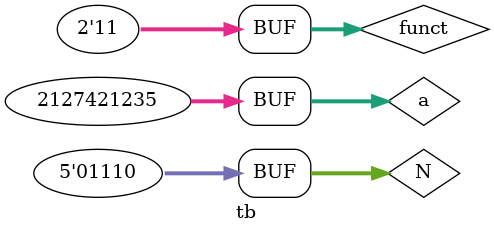
<source format=v>
module Shifter(
	input [1:0] funct, //shift type
	input [31:0] a, //num to shift
	input [4:0] N, //shift amount
	
	output reg[31:0] R //result
);

always @(*) begin
	case (funct[1:0])
		2'b00 : R[31:0] <= a[31:0] << N[4:0]; //logical left shift
		2'b10 : R[31:0] <= a[31:0] >> N[4:0]; //logical right shift
		2'b11 : R[31:0] <= (a[31:0] >> N[4:0] ) | ({32{a[31]}} << (32 - N[4:0]));
		default : R[31:0] <= a[31:0];
	
	endcase

end

endmodule


/////////////
module tb ();

reg [1:0]funct;
reg [31:0]a;
reg [4:0]N;
wire [31:0]R;

Shifter Shifter (
	funct, a, N, R 
	);
	
	
initial begin

funct = 2'b00;
a = 32'd1012345;
N = 5'b00100;
#50;

funct = 2'b10;
a = 32'd10011223344;
N = 5'b10101;
#50;

funct = 2'b11;
a = 32'd15012323123;
N = 5'b01110;
#50;

    
end
    
endmodule

</source>
